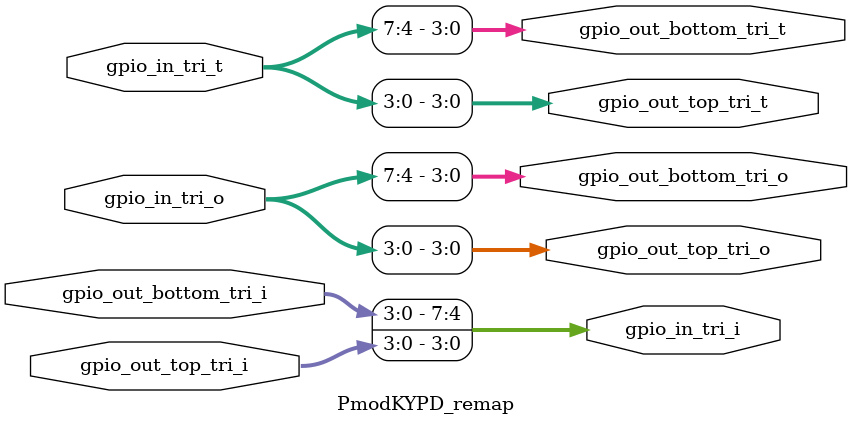
<source format=v>
`timescale 1ns / 1ps


module PmodKYPD_remap (
    // GPIO Slave interface, to be connected to AXI GPIO
    (* X_INTERFACE_INFO = "xilinx.com:interface:gpio:1.0 GPIO_IN TRI_T" *)
    (* X_INTERFACE_PARAMETER = "MODE Slave" *) 
    input [7:0] gpio_in_tri_t, // Tristate output signal (optional)
    (* X_INTERFACE_INFO = "xilinx.com:interface:gpio:1.0 GPIO_IN TRI_O" *)
    input [7:0] gpio_in_tri_o, // Tristate output signal (optional)
    (* X_INTERFACE_INFO = "xilinx.com:interface:gpio:1.0 GPIO_IN TRI_I" *)
    output [7:0] gpio_in_tri_i, // Tristate output signal (optional)
    
    // GPIO Master interface, to be connected to Pmod Bridge Top Row
    (* X_INTERFACE_INFO = "xilinx.com:interface:gpio:1.0 GPIO_OUT_TOP TRI_T" *)
    output [3:0] gpio_out_top_tri_t, // Tristate output enable signal (optional)
    (* X_INTERFACE_INFO = "xilinx.com:interface:gpio:1.0 GPIO_OUT_TOP TRI_O" *)
    output [3:0] gpio_out_top_tri_o, // Tristate output signal (optional)
    (* X_INTERFACE_INFO = "xilinx.com:interface:gpio:1.0 GPIO_OUT_TOP TRI_I" *)
    input [3:0] gpio_out_top_tri_i, // Tristate input signal (optional)
    
    // GPIO Master interface, to be connected to Pmod Bridge Bottom Row
    (* X_INTERFACE_INFO = "xilinx.com:interface:gpio:1.0 GPIO_OUT_BOTTOM TRI_T" *)
    output [3:0] gpio_out_bottom_tri_t, // Tristate output enable signal (optional)
    (* X_INTERFACE_INFO = "xilinx.com:interface:gpio:1.0 GPIO_OUT_BOTTOM TRI_O" *)
    output [3:0] gpio_out_bottom_tri_o, // Tristate output signal (optional)
    (* X_INTERFACE_INFO = "xilinx.com:interface:gpio:1.0 GPIO_OUT_BOTTOM TRI_I" *)
    input [3:0] gpio_out_bottom_tri_i // Tristate input signal (optional)
);
    assign {gpio_out_bottom_tri_t, gpio_out_top_tri_t} = gpio_in_tri_t;
    assign {gpio_out_bottom_tri_o, gpio_out_top_tri_o} = gpio_in_tri_o;
    assign gpio_in_tri_i = {gpio_out_bottom_tri_i, gpio_out_top_tri_i};
endmodule
</source>
